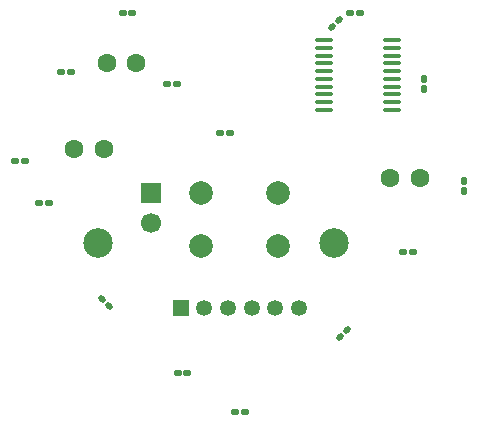
<source format=gbr>
%TF.GenerationSoftware,KiCad,Pcbnew,9.0.6*%
%TF.CreationDate,2026-01-31T16:43:30+03:00*%
%TF.ProjectId,st-valentine-postcard,73742d76-616c-4656-9e74-696e652d706f,rev?*%
%TF.SameCoordinates,Original*%
%TF.FileFunction,Soldermask,Bot*%
%TF.FilePolarity,Negative*%
%FSLAX46Y46*%
G04 Gerber Fmt 4.6, Leading zero omitted, Abs format (unit mm)*
G04 Created by KiCad (PCBNEW 9.0.6) date 2026-01-31 16:43:30*
%MOMM*%
%LPD*%
G01*
G04 APERTURE LIST*
G04 Aperture macros list*
%AMRoundRect*
0 Rectangle with rounded corners*
0 $1 Rounding radius*
0 $2 $3 $4 $5 $6 $7 $8 $9 X,Y pos of 4 corners*
0 Add a 4 corners polygon primitive as box body*
4,1,4,$2,$3,$4,$5,$6,$7,$8,$9,$2,$3,0*
0 Add four circle primitives for the rounded corners*
1,1,$1+$1,$2,$3*
1,1,$1+$1,$4,$5*
1,1,$1+$1,$6,$7*
1,1,$1+$1,$8,$9*
0 Add four rect primitives between the rounded corners*
20,1,$1+$1,$2,$3,$4,$5,0*
20,1,$1+$1,$4,$5,$6,$7,0*
20,1,$1+$1,$6,$7,$8,$9,0*
20,1,$1+$1,$8,$9,$2,$3,0*%
G04 Aperture macros list end*
%ADD10R,1.350000X1.350000*%
%ADD11C,1.350000*%
%ADD12C,2.000000*%
%ADD13R,1.700000X1.700000*%
%ADD14C,1.700000*%
%ADD15RoundRect,0.137500X0.222739X-0.028284X-0.028284X0.222739X-0.222739X0.028284X0.028284X-0.222739X0*%
%ADD16RoundRect,0.137500X0.177500X0.137500X-0.177500X0.137500X-0.177500X-0.137500X0.177500X-0.137500X0*%
%ADD17RoundRect,0.137500X-0.177500X-0.137500X0.177500X-0.137500X0.177500X0.137500X-0.177500X0.137500X0*%
%ADD18C,1.600000*%
%ADD19RoundRect,0.100000X0.637500X0.100000X-0.637500X0.100000X-0.637500X-0.100000X0.637500X-0.100000X0*%
%ADD20RoundRect,0.137500X0.137500X-0.177500X0.137500X0.177500X-0.137500X0.177500X-0.137500X-0.177500X0*%
%ADD21RoundRect,0.137500X0.028284X0.222739X-0.222739X-0.028284X-0.028284X-0.222739X0.222739X0.028284X0*%
%ADD22C,2.500000*%
G04 APERTURE END LIST*
D10*
%TO.C,J1*%
X145000000Y-97500000D03*
D11*
X147000000Y-97500000D03*
X149000000Y-97500000D03*
X151000000Y-97500000D03*
X153000000Y-97500000D03*
X155000000Y-97500000D03*
%TD*%
D12*
%TO.C,SW1*%
X146750000Y-87750000D03*
X153250000Y-87750000D03*
X146750000Y-92250000D03*
X153250000Y-92250000D03*
%TD*%
D13*
%TO.C,J2*%
X142500000Y-87725000D03*
D14*
X142500000Y-90265000D03*
%TD*%
D15*
%TO.C,R10*%
X138893449Y-97293449D03*
X138306551Y-96706551D03*
%TD*%
D16*
%TO.C,R1*%
X149165000Y-82700000D03*
X148335000Y-82700000D03*
%TD*%
D17*
%TO.C,R3*%
X159335000Y-72500000D03*
X160165000Y-72500000D03*
%TD*%
D18*
%TO.C,C2*%
X165250000Y-86500000D03*
X162750000Y-86500000D03*
%TD*%
D19*
%TO.C,U1*%
X162862500Y-74825000D03*
X162862500Y-75475000D03*
X162862500Y-76125000D03*
X162862500Y-76775000D03*
X162862500Y-77425000D03*
X162862500Y-78075000D03*
X162862500Y-78725000D03*
X162862500Y-79375000D03*
X162862500Y-80025000D03*
X162862500Y-80675000D03*
X157137500Y-80675000D03*
X157137500Y-80025000D03*
X157137500Y-79375000D03*
X157137500Y-78725000D03*
X157137500Y-78075000D03*
X157137500Y-77425000D03*
X157137500Y-76775000D03*
X157137500Y-76125000D03*
X157137500Y-75475000D03*
X157137500Y-74825000D03*
%TD*%
D20*
%TO.C,R5*%
X169000000Y-87570000D03*
X169000000Y-86740000D03*
%TD*%
%TO.C,R4*%
X165600000Y-78915000D03*
X165600000Y-78085000D03*
%TD*%
D16*
%TO.C,R8*%
X150415000Y-106250000D03*
X149585000Y-106250000D03*
%TD*%
D18*
%TO.C,C1*%
X138500000Y-84000000D03*
X136000000Y-84000000D03*
%TD*%
D21*
%TO.C,R7*%
X159093449Y-99306551D03*
X158506551Y-99893449D03*
%TD*%
D16*
%TO.C,R13*%
X140915000Y-72500000D03*
X140085000Y-72500000D03*
%TD*%
%TO.C,R15*%
X133815000Y-88600000D03*
X132985000Y-88600000D03*
%TD*%
D22*
%TO.C,BT1*%
X138000000Y-92000000D03*
X158000000Y-92000000D03*
%TD*%
D16*
%TO.C,R14*%
X144665000Y-78500000D03*
X143835000Y-78500000D03*
%TD*%
D18*
%TO.C,C3*%
X141250000Y-76750000D03*
X138750000Y-76750000D03*
%TD*%
D16*
%TO.C,R6*%
X164665000Y-92750000D03*
X163835000Y-92750000D03*
%TD*%
%TO.C,R9*%
X145570000Y-103000000D03*
X144740000Y-103000000D03*
%TD*%
%TO.C,R12*%
X135735000Y-77500000D03*
X134905000Y-77500000D03*
%TD*%
%TO.C,R11*%
X131815000Y-85000000D03*
X130985000Y-85000000D03*
%TD*%
D21*
%TO.C,R2*%
X158393449Y-73106551D03*
X157806551Y-73693449D03*
%TD*%
M02*

</source>
